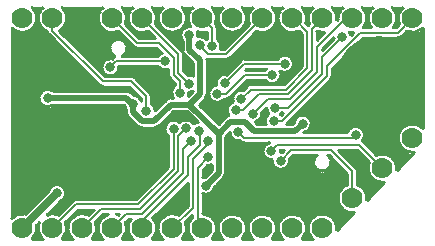
<source format=gtl>
*
*
G04 PADS9.1 Build Number: 384028 generated Gerber (RS-274-X) file*
G04 PC Version=2.1*
*
%IN "KeyChainDevBoard.pcb"*%
*
%MOIN*%
*
%FSLAX35Y35*%
*
*
*
*
G04 PC Standard Apertures*
*
*
G04 Thermal Relief Aperture macro.*
%AMTER*
1,1,$1,0,0*
1,0,$1-$2,0,0*
21,0,$3,$4,0,0,45*
21,0,$3,$4,0,0,135*
%
*
*
G04 Annular Aperture macro.*
%AMANN*
1,1,$1,0,0*
1,0,$2,0,0*
%
*
*
G04 Odd Aperture macro.*
%AMODD*
1,1,$1,0,0*
1,0,$1-0.005,0,0*
%
*
*
G04 PC Custom Aperture Macros*
*
*
*
*
*
*
G04 PC Aperture Table*
*
%ADD010C,0.001*%
%ADD011C,0.008*%
%ADD036C,0.02*%
%ADD048C,0.07*%
%ADD146C,0.28*%
%ADD147C,0.04921*%
%ADD148C,0.06102*%
%ADD149C,0.032*%
%ADD150C,0.01*%
%ADD152C,0.028*%
*
*
*
*
G04 PC Circuitry*
G04 Layer Name KeyChainDevBoard.pcb - circuitry*
%LPD*%
*
*
G04 PC Custom Flashes*
G04 Layer Name KeyChainDevBoard.pcb - flashes*
%LPD*%
*
*
G04 PC Circuitry*
G04 Layer Name KeyChainDevBoard.pcb - circuitry*
%LPD*%
*
G54D10*
G54D11*
G01X107000Y118220D02*
X110937Y122157D01*
X117630*
X146900Y123000D02*
Y137100D01*
X144900Y107400D02*
X160200Y122700D01*
Y128700*
X164100Y132600*
Y137200*
X144900Y107400D02*
X145000Y107300D01*
Y105000*
X125000D02*
X131300Y111300D01*
X144200*
X157000Y124100*
Y135700*
X159600Y138300*
X115000Y105000D02*
X122900Y112900D01*
X143500*
X155400Y124800*
Y138100*
X135000Y105000D02*
X139700Y109700D01*
X144900*
X158600Y123400*
Y131400*
X161300Y134100*
X203400Y111000D02*
X173800D01*
Y133700*
X163400Y123800D02*
Y107200D01*
X165000*
Y105000*
X163400Y123800D02*
Y125200D01*
X167000Y128800*
X167000*
X170100Y109500D02*
X171600Y111000D01*
X173800*
X155000Y105000D02*
X161800Y111800D01*
Y128000*
X167000Y133200*
Y134100*
X107000Y145780D02*
X110937Y141843D01*
X117630*
X107000Y145780D02*
Y155200D01*
Y168000*
X108400Y169400*
X117630Y141843D02*
X119857D01*
X127000Y134700*
X136800*
X134300Y158600D02*
X136300Y160600D01*
X152600*
X136800Y134700D02*
X144500D01*
X146900Y137100*
X148800*
X153800Y142100*
X157300*
X177000Y137000D02*
X178800Y135200D01*
X215300*
X216100Y136000*
X163900Y137400D02*
X163900D01*
X164100Y137200*
X155400Y160700D02*
Y156100D01*
X157600Y153900*
Y150200*
X166547Y147200D02*
Y153053D01*
X168494Y155000*
X168800*
X166547Y147200D02*
Y145253D01*
X168600Y143200*
X188900Y140800D02*
X191600D01*
X206400Y155600*
Y158900*
X217700Y170200*
X230200*
X235000Y175000*
X188000Y130700D02*
X190000Y132700D01*
X217300*
X225000Y125000*
X172500Y153300D02*
X179000Y159800D01*
X192500*
X189200Y145200D02*
X193700D01*
X204800Y156300*
Y161900*
X211600Y168700*
X168600Y143200D02*
X168700D01*
X178300Y152800*
X192100*
X197950Y158650*
X191100Y127500D02*
X194650Y131050D01*
X207850*
X215000Y123900*
Y115000*
X178000Y148100D02*
X181100Y151200D01*
X192800*
X199900Y158300*
Y159500*
X176200Y144300D02*
X178600D01*
X183900Y149600*
X193500*
X201500Y157600*
Y171500*
X205000Y175000*
X170000Y149800D02*
X173000D01*
X179200Y156000*
X188300*
X157000Y163000D02*
Y156800D01*
X160600Y153200*
X182000Y143200D02*
X186800Y148000D01*
X194200*
X203100Y156900*
Y165300*
X212400Y174600*
X214600*
X215000Y175000*
X197100Y159500D02*
X197950Y158650D01*
X135000Y175000D02*
X143200Y166800D01*
X150400*
X155400Y161800*
Y160700*
X115000Y175000D02*
Y170800D01*
X131900Y153900*
X141300*
X146300Y148900*
Y144200*
X145000Y175000D02*
X157000Y163000D01*
X164200Y165900D02*
Y165800D01*
X167000Y163000*
X173000*
X185000Y175000*
X165000D02*
X168200Y171800D01*
Y165800*
X195000Y175000D02*
X195400D01*
X199900Y170500*
Y159500*
G54D36*
X166200Y119200D02*
X168200Y121200D01*
X168200*
X170400Y123400*
Y136500*
X113400Y148400D02*
X139700D01*
X141700Y146400*
X141900*
Y143700*
X144800Y140800*
X149000*
X154400Y146200*
X160700*
X164200Y161000D02*
X164200D01*
X170400Y136500D02*
X160700Y146200D01*
X160700*
X164200Y149700*
Y161000*
X170400Y136500D02*
X174300Y140400D01*
X179200*
X182200Y137400*
X196000*
X198400Y139800*
X160700Y169300D02*
Y166000D01*
X160700*
Y164500*
X164200Y161000*
G54D48*
X105000Y105000D03*
X225000Y175000D03*
X235000Y135000D03*
X125000Y175000D03*
X225000Y125000D03*
X145000Y105000D03*
X215000Y115000D03*
X135000Y105000D03*
X145000Y175000D03*
X165000Y105000D03*
X195000Y175000D03*
X205000D03*
Y105000D03*
X195000D03*
X165000Y175000D03*
X175000D03*
X185000D03*
X115000Y105000D03*
X235000Y175000D03*
X175000Y105000D03*
X155000D03*
X115000Y175000D03*
X135000D03*
X155000D03*
X125000Y105000D03*
X215000Y175000D03*
X185000Y105000D03*
X105000Y175000D03*
G54D146*
X224000Y155000D03*
G54D147*
X117630Y122157D03*
Y141843D03*
G54D148*
X107000Y118220D03*
Y145780D03*
G54D149*
X146900Y123000D03*
X116500Y116600D03*
X170100Y109500D03*
X166200Y119200D03*
X203400Y111000D03*
X113400Y148400D03*
X134300Y158600D03*
X136800Y134700D03*
X152600Y160600D03*
X141900Y146400D03*
X146300Y144200D03*
X177000Y137000D03*
X163900Y137400D03*
X161300Y134100D03*
X160600Y153200D03*
X157300Y142100D03*
X188900Y140800D03*
X167000Y134100D03*
X188000Y130700D03*
X172500Y153300D03*
X192500Y159800D03*
X157600Y150200D03*
X188300Y156000D03*
X155400Y138100D03*
X173800Y133700D03*
X189200Y145200D03*
X168600Y143200D03*
X191100Y127500D03*
X178000Y148100D03*
X176200Y144300D03*
X159600Y138300D03*
X170000Y149800D03*
X167000Y128800D03*
X168800Y155000D03*
X182000Y143200D03*
X198400Y139800D03*
X216100Y136000D03*
X197100Y159500D03*
X108400Y169400D03*
X164200Y165900D03*
X168200Y165800D03*
X160700Y169300D03*
X211600Y168700D03*
G54D150*
X238500Y138285D02*
Y171715D01*
X233028Y170624D02*
G75*
G03X238500Y171715I1972J4376D01*
G01X233028Y170624D02*
X231402Y168998D01*
X230200Y168500D02*
G03X231402Y168998I0J1700D01*
G01X230200Y168500D02*
X218404D01*
X208100Y158196*
Y155600*
X207602Y154398D02*
G03X208100Y155600I-1202J1202D01*
G01X207602Y154398D02*
X192904Y139700D01*
X195047*
X195525Y140177*
X198777Y136925D02*
G03X195525Y140177I-377J2875D01*
G01X198777Y136925D02*
X198753Y136900D01*
X213343*
X218281Y134089D02*
G03X213343Y136900I-2181J1911D01*
G01X218502Y133902D02*
G03X218281Y134088I-1202J-1202D01*
G01X218502Y133902D02*
X223028Y129376D01*
X229760Y124381D02*
G03X223028Y129376I-4760J619D01*
G01X229760Y124381D02*
X235619Y130240D01*
X238500Y138285D02*
G03X235619Y130240I-3500J-3285D01*
G01X231715Y178500D02*
G03X230624Y173028I3285J-3500D01*
G01X231715Y178500D02*
X228285D01*
X228665Y171900D02*
G03X228285Y178500I-3665J3100D01*
G01X228665Y171900D02*
X229496D01*
X230624Y173028*
X221715Y178500D02*
G03X221335Y171900I3285J-3500D01*
G01X221715Y178500D02*
X218285D01*
X218665Y171900D02*
G03X218285Y178500I-3665J3100D01*
G01X218665Y171900D02*
X221335D01*
X214430Y169334D02*
X215306Y170210D01*
X214018Y170302D02*
G03X215306Y170210I982J4698D01*
G01X214430Y169334D02*
G03X214018Y170302I-2830J-634D01*
G01X211715Y178500D02*
G03X210204Y174808I3285J-3500D01*
G01X211715Y178500D02*
X208285D01*
X209757Y174362D02*
G03X208285Y178500I-4757J638D01*
G01X209757Y174362D02*
X210204Y174808D01*
X203200Y167804D02*
X205638Y170243D01*
X203200Y170550D02*
G03X205638Y170243I1800J4450D01*
G01X203200Y170550D02*
Y167804D01*
X201715Y178500D02*
G03X200624Y173028I3285J-3500D01*
G01X201715Y178500D02*
X198285D01*
X199493Y173311D02*
G03X198285Y178500I-4493J1689D01*
G01X199493Y173311D02*
X200204Y172600D01*
X200298Y172702D02*
G03X200204Y172600I1202J-1202D01*
G01X200298Y172702D02*
X200624Y173028D01*
X191559Y130363D02*
X192196Y131000D01*
X190884*
Y130392D02*
G03Y131000I-2884J308D01*
G01X191559Y130363D02*
G03X190884Y130392I-459J-2863D01*
G01X191093Y142697D02*
X191896Y143500D01*
X191549*
X190929Y142872D02*
G03X191549Y143500I-1729J2328D01*
G01X191093Y142697D02*
G03X190929Y142872I-2193J-1897D01*
G01X187171Y143128D02*
G03X186217Y139700I1729J-2328D01*
G01X186302Y145098D02*
G03X187171Y143128I2898J102D01*
G01X186302Y145098D02*
X184863Y143659D01*
X182508Y140345D02*
G03X184863Y143659I-508J2855D01*
G01X182508Y140345D02*
X183153Y139700D01*
X186217*
X168100Y124353D02*
Y126117D01*
X166541Y125937D02*
G03X168100Y126117I459J2863D01*
G01X166541Y125937D02*
X165100Y124496D01*
Y123800*
Y121883*
X165823Y122075D02*
G03X165100Y121883I377J-2875D01*
G01X165823Y122075D02*
X166574Y122826D01*
X168100Y124353*
X198200Y159500D02*
Y169796D01*
X197241Y170755*
X191715Y178500D02*
G03X197241Y170755I3285J-3500D01*
G01X191715Y178500D02*
X188285D01*
X183028Y170624D02*
G03X188285Y178500I1972J4376D01*
G01X183028Y170624D02*
X174202Y161798D01*
X173000Y161300D02*
G03X174202Y161798I0J1700D01*
G01X173000Y161300D02*
X167000D01*
X166467Y161386D02*
G03X167000Y161300I533J1614D01*
G01X166500Y160991D02*
G03X166467Y161386I-2300J9D01*
G01X166500Y160991D02*
Y149700D01*
X165826Y148074D02*
G03X166500Y149700I-1626J1626D01*
G01X165826Y148074D02*
X163953Y146200D01*
X170400Y139753*
X172674Y142026*
X173816Y142649D02*
G03X172674Y142026I484J-2249D01*
G01X175295Y147055D02*
G03X173816Y142649I905J-2755D01*
G01X178459Y150963D02*
G03X175295Y147055I-459J-2863D01*
G01X178459Y150963D02*
X179898Y152402D01*
X181100Y152900D02*
G03X179898Y152402I0J-1700D01*
G01X181100Y152900D02*
X192096D01*
X198200Y159004*
Y159500*
X186300Y158100D02*
G03X185951Y157700I2000J-2100D01*
G01X186300Y158100D02*
X179704D01*
X179304Y157700*
X185951*
X181715Y178500D02*
G03X180624Y173028I3285J-3500D01*
G01X181715Y178500D02*
X178285D01*
X171715D02*
G03X178285I3285J-3500D01*
G01X171715D02*
X168285D01*
X169376Y173028D02*
G03X168285Y178500I-4376J1972D01*
G01X169376Y173028D02*
X169402Y173002D01*
X169900Y171800D02*
G03X169402Y173002I-1700J0D01*
G01X169900Y171800D02*
Y168149D01*
X170883Y164700D02*
G03X169900Y168149I-2683J1100D01*
G01X170883Y164700D02*
X172296D01*
X180624Y173028*
X166500Y168149D02*
Y170440D01*
X163342Y170495D02*
G03X166500Y170440I1658J4505D01*
G01X163542Y168724D02*
G03X163342Y170495I-2842J576D01*
G01X166252Y167949D02*
G03X163542Y168724I-2052J-2049D01*
G01X166500Y168149D02*
G03X166252Y167949I1700J-2349D01*
G01X160234Y148987D02*
X161813Y150566D01*
X160498Y150302D02*
G03X161813Y150566I102J2898D01*
G01X160234Y148987D02*
G03X160498Y150302I-2634J1213D01*
G01X161900Y155792D02*
Y160047D01*
X159074Y162874*
X158617Y163525D02*
G03X159074Y162874I2083J975D01*
G01X158700Y163000D02*
G03X158617Y163525I-1700J0D01*
G01X158700Y163000D02*
Y157504D01*
X160141Y156063*
X161900Y155792D02*
G03X160141Y156063I-1300J-2592D01*
G01X155900Y152549D02*
Y153196D01*
X154198Y154898*
X153700Y156100D02*
G03X154198Y154898I1700J-0D01*
G01X153700Y156100D02*
Y157917D01*
X150251Y158900D02*
G03X153700Y157917I2349J1700D01*
G01X150251Y158900D02*
X137184D01*
X134759Y161463D02*
G03X137184Y158900I-459J-2863D01*
G01X134759Y161463D02*
X135098Y161802D01*
X135878Y162247D02*
G03X135098Y161802I422J-1647D01*
G01X138245Y162300D02*
G03X135878Y162247I-1245J2700D01*
G01X138245Y162300D02*
X150251D01*
X151509Y163287D02*
G03X150251Y162300I1091J-2687D01*
G01X151509Y163287D02*
X149696Y165100D01*
X143200*
X141998Y165598D02*
G03X143200Y165100I1202J1202D01*
G01X141998Y165598D02*
X136972Y170624D01*
X131715Y178500D02*
G03X136972Y170624I3285J-3500D01*
G01X131715Y178500D02*
X118285D01*
X117375Y170829D02*
G03X118285Y178500I-2375J4171D01*
G01X117375Y170829D02*
X132604Y155600D01*
X141300*
X142502Y155102D02*
G03X141300Y155600I-1202J-1202D01*
G01X142502Y155102D02*
X147502Y150102D01*
X148000Y148900D02*
G03X147502Y150102I-1700J0D01*
G01X148000Y148900D02*
Y146549D01*
X149200Y144252D02*
G03X148000Y146549I-2900J-52D01*
G01X149200Y144252D02*
X152774Y147826D01*
X154400Y148500D02*
G03X152774Y147826I0J-2300D01*
G01X154400Y148500D02*
X155250D01*
X155900Y152549D02*
G03X155250Y148500I1700J-2349D01*
G01X161715Y178500D02*
G03X161124Y172169I3285J-3500D01*
G01X161715Y178500D02*
X158285D01*
X151715D02*
G03X158285I3285J-3500D01*
G01X151715D02*
X148285D01*
X149376Y173028D02*
G03X148285Y178500I-4376J1972D01*
G01X149376Y173028D02*
X158202Y164202D01*
X158526Y163750D02*
G03X158202Y164202I-1526J-750D01*
G01X158400Y164500D02*
G03X158526Y163750I2300J-0D01*
G01X158400Y164500D02*
Y166000D01*
Y167534*
X161124Y172169D02*
G03X158400Y167534I-424J-2869D01*
G01X108285Y101500D02*
X111715D01*
X110573Y106854D02*
G03X111715Y101500I4427J-1854D01*
G01X110573Y106854D02*
X109699Y105980D01*
X108285Y101500D02*
G03X109699Y105980I-3285J3500D01*
G01X143904Y168500D02*
X149096D01*
X146972Y170624*
X141715Y178500D02*
G03X146972Y170624I3285J-3500D01*
G01X141715Y178500D02*
X138285D01*
X139376Y173028D02*
G03X138285Y178500I-4376J1972D01*
G01X139376Y173028D02*
X143904Y168500D01*
X158285Y101500D02*
X161715D01*
X161700Y108486D02*
G03X161715Y101500I3300J-3486D01*
G01X161700Y108486D02*
Y109296D01*
X159376Y106972*
X158285Y101500D02*
G03X159376Y106972I-3285J3500D01*
G01X160100Y112504D02*
Y120196D01*
X148346Y108442*
X148285Y101500D02*
G03X148346Y108442I-3285J3500D01*
G01X148285Y101500D02*
X151715D01*
X156972Y109376D02*
G03X151715Y101500I-1972J-4376D01*
G01X156972Y109376D02*
X160100Y112504D01*
X138285Y101500D02*
X141715D01*
X141253Y108000D02*
G03X141715Y101500I3747J-3000D01*
G01X141253Y108000D02*
X140404D01*
X139376Y106972*
X138285Y101500D02*
G03X139376Y106972I-3285J3500D01*
G01X136972Y109376D02*
X137196Y109600D01*
X136371*
X136972Y109376D02*
G03X136371Y109600I-1972J-4376D01*
G01X133629D02*
G03X131715Y101500I1371J-4600D01*
G01X133629Y109600D02*
X132004D01*
X129376Y106972*
X128285Y101500D02*
G03X129376Y106972I-3285J3500D01*
G01X128285Y101500D02*
X131715D01*
X126972Y109376D02*
X128796Y111200D01*
X123604*
X119376Y106972*
X118285Y101500D02*
G03X119376Y106972I-3285J3500D01*
G01X118285Y101500D02*
X121715D01*
X126972Y109376D02*
G03X121715Y101500I-1972J-4376D01*
G01X163392Y140255D02*
G03X162138Y139703I508J-2855D01*
G01X163392Y140255D02*
X159747Y143900D01*
X155353*
X150626Y139174*
X149000Y138500D02*
G03X150626Y139174I0J2300D01*
G01X149000Y138500D02*
X144800D01*
X143174Y139174D02*
G03X144800Y138500I1626J1626D01*
G01X143174Y139174D02*
X140274Y142074D01*
X139600Y143700D02*
G03X140274Y142074I2300J0D01*
G01X139600Y143700D02*
Y144634D01*
X139067Y145780D02*
G03X139600Y144634I2833J620D01*
G01X139067Y145780D02*
X138747Y146100D01*
X115166*
Y150700D02*
G03Y146100I-1766J-2300D01*
G01Y150700D02*
X139700D01*
X141326Y150026D02*
G03X139700Y150700I-1626J-1626D01*
G01X141326Y150026D02*
X142057Y149296D01*
X144600Y147458D02*
G03X142057Y149296I-2700J-1058D01*
G01X144600Y147458D02*
Y148196D01*
X140596Y152200*
X131900*
X130698Y152698D02*
G03X131900Y152200I1202J1202D01*
G01X130698Y152698D02*
X113798Y169598D01*
X113326Y170501D02*
G03X113798Y169598I1674J299D01*
G01X111715Y178500D02*
G03X113326Y170501I3285J-3500D01*
G01X111715Y178500D02*
X108285D01*
X101500Y171715D02*
G03X108285Y178500I3500J3285D01*
G01X101500Y171715D02*
Y108285D01*
X105812Y109731D02*
G03X101500Y108285I-812J-4731D01*
G01X105812Y109731D02*
X113842Y117761D01*
X117661Y113942D02*
G03X113842Y117761I-1161J2658D01*
G01X117661Y113942D02*
X113146Y109427D01*
X116972Y109376D02*
G03X113146Y109427I-1972J-4376D01*
G01X116972Y109376D02*
X121698Y114102D01*
X122900Y114600D02*
G03X121698Y114102I0J-1700D01*
G01X122900Y114600D02*
X142796D01*
X153700Y125504*
Y135751*
X157405Y140195D02*
G03X153700Y135751I-2005J-2095D01*
G01X162138Y139703D02*
G03X157405Y140195I-2538J-1403D01*
G01X204800Y164304D02*
X208737Y168241D01*
X208707Y168503D02*
G03X208737Y168241I2893J197D01*
G01X208707Y168503D02*
X204800Y164596D01*
Y164304*
X209760Y104381D02*
X215619Y110240D01*
X213300Y119489D02*
G03X215619Y110240I1700J-4489D01*
G01X213300Y119489D02*
Y123196D01*
X207146Y129350*
X206821*
X203179D02*
G03X206821I1821J-2350D01*
G01X203179D02*
X195354D01*
X193963Y127959*
X188216Y127808D02*
G03X193963Y127959I2884J-308D01*
G01X187245Y133500D02*
G03X188216Y127808I755J-2800D01*
G01X187245Y133500D02*
X178800D01*
X177598Y133998D02*
G03X178800Y133500I1202J1202D01*
G01X177598Y133998D02*
X177459Y134137D01*
X174100Y136948D02*
G03X177459Y134137I2900J52D01*
G01X174100Y136948D02*
X172700Y135547D01*
Y123400*
X172026Y121774D02*
G03X172700Y123400I-1626J1626D01*
G01X172026Y121774D02*
X169826Y119574D01*
X169075Y118823*
X165100Y116517D02*
G03X169075Y118823I1100J2683D01*
G01X165100Y116517D02*
Y109799D01*
X168285Y101500D02*
G03X165100Y109799I-3285J3500D01*
G01X168285Y101500D02*
X171715D01*
X178285D02*
G03X171715I-3285J3500D01*
G01X178285D02*
X181715D01*
X188285D02*
G03X181715I-3285J3500D01*
G01X188285D02*
X191715D01*
X198285D02*
G03X191715I-3285J3500D01*
G01X198285D02*
X201715D01*
X209760Y104381D02*
G03X201715Y101500I-4760J619D01*
G01X219760Y114381D02*
X225619Y120240D01*
X220624Y126972D02*
G03X225619Y120240I4376J-1972D01*
G01X220624Y126972D02*
X216596Y131000D01*
X210304*
X216202Y125102*
X216700Y123900D02*
G03X216202Y125102I-1700J0D01*
G01X216700Y123900D02*
Y119489D01*
X219760Y114381D02*
G03X216700Y119489I-4760J619D01*
G01X190819Y157437D02*
G03X190151Y161500I1681J2363D01*
G01X185951Y154300D02*
G03X190819Y157437I2349J1700D01*
G01X185951Y154300D02*
X179904D01*
X174202Y148598*
X173000Y148100D02*
G03X174202Y148598I0J1700D01*
G01X173000Y148100D02*
X172349D01*
X169667Y152681D02*
G03X172349Y148100I333J-2881D01*
G01X172959Y156163D02*
G03X169667Y152681I-459J-2863D01*
G01X172959Y156163D02*
X177798Y161002D01*
X179000Y161500D02*
G03X177798Y161002I0J-1700D01*
G01X179000Y161500D02*
X190151D01*
X216700Y119599D02*
X224977D01*
X218059Y118699D02*
X224077D01*
X216700Y120499D02*
X223333D01*
X218900Y117799D02*
X223177D01*
X219409Y116899D02*
X222277D01*
X216700Y121399D02*
X221827D01*
X219695Y115999D02*
X221377D01*
X216700Y122299D02*
X221032D01*
X216700Y123199D02*
X220551D01*
X214506Y126799D02*
X220550D01*
X219799Y115099D02*
X220477D01*
X216688Y124099D02*
X220285D01*
X215406Y125899D02*
X220285D01*
X216297Y124999D02*
X220200D01*
X213606Y127699D02*
X219897D01*
X212706Y128599D02*
X218997D01*
X211806Y129499D02*
X218097D01*
X210906Y130399D02*
X217197D01*
X205981Y109699D02*
X215077D01*
X207934Y108799D02*
X214177D01*
X172419Y122299D02*
X213300D01*
X171651Y121399D02*
X213300D01*
X170751Y120499D02*
X213300D01*
X169851Y119599D02*
X213300D01*
X172691Y123199D02*
X213297D01*
X208826Y107899D02*
X213277D01*
X165100Y110599D02*
X213085D01*
X205650Y124099D02*
X212397D01*
X209364Y106999D02*
X212377D01*
X169056Y118699D02*
X211941D01*
X165100Y111499D02*
X211717D01*
X207199Y124999D02*
X211497D01*
X209673Y106099D02*
X211477D01*
X168739Y117799D02*
X211100D01*
X165100Y112399D02*
X210966D01*
X207762Y125899D02*
X210597D01*
X167965Y116899D02*
X210591D01*
X209796Y105199D02*
X210577D01*
X165100Y113299D02*
X210512D01*
X165100Y115999D02*
X210305D01*
X165100Y114199D02*
X210267D01*
X165100Y115099D02*
X210201D01*
X207966Y126799D02*
X209697D01*
X207890Y127699D02*
X208797D01*
X207507Y128599D02*
X207897D01*
X172700Y124099D02*
X204350D01*
X195981Y109699D02*
X204019D01*
X192568Y124999D02*
X202801D01*
X194603Y128599D02*
X202493D01*
X193518Y125899D02*
X202238D01*
X193993Y127699D02*
X202110D01*
X197934Y108799D02*
X202066D01*
X193914Y126799D02*
X202034D01*
X198387Y101599D02*
X201613D01*
X198826Y107899D02*
X201174D01*
X199097Y102499D02*
X200903D01*
X199364Y106999D02*
X200636D01*
X199525Y103399D02*
X200475D01*
X199673Y106099D02*
X200327D01*
X199749Y104299D02*
X200251D01*
X199796Y105199D02*
X200204D01*
X185981Y109699D02*
X194019D01*
X187934Y108799D02*
X192066D01*
X188387Y101599D02*
X191613D01*
X188826Y107899D02*
X191174D01*
X189097Y102499D02*
X190903D01*
X189364Y106999D02*
X190636D01*
X189525Y103399D02*
X190475D01*
X189673Y106099D02*
X190327D01*
X189749Y104299D02*
X190251D01*
X189796Y105199D02*
X190204D01*
X172700Y124999D02*
X189632D01*
X172700Y125899D02*
X188682D01*
X172700Y126799D02*
X188286D01*
X172700Y127699D02*
X188207D01*
X172700Y133099D02*
X186370D01*
X172700Y128599D02*
X186001D01*
X172700Y132199D02*
X185517D01*
X172700Y129499D02*
X185360D01*
X172700Y131299D02*
X185162D01*
X172700Y130399D02*
X185116D01*
X175981Y109699D02*
X184019D01*
X177934Y108799D02*
X182066D01*
X178387Y101599D02*
X181613D01*
X178826Y107899D02*
X181174D01*
X179097Y102499D02*
X180903D01*
X179364Y106999D02*
X180636D01*
X179525Y103399D02*
X180475D01*
X179673Y106099D02*
X180327D01*
X179749Y104299D02*
X180251D01*
X179796Y105199D02*
X180204D01*
X172700Y133999D02*
X177597D01*
X172700Y134899D02*
X175001D01*
X172951Y135799D02*
X174360D01*
X173851Y136699D02*
X174116D01*
X165981Y109699D02*
X174019D01*
X167934Y108799D02*
X172066D01*
X168387Y101599D02*
X171613D01*
X168826Y107899D02*
X171174D01*
X169097Y102499D02*
X170903D01*
X169364Y106999D02*
X170636D01*
X169525Y103399D02*
X170475D01*
X169673Y106099D02*
X170327D01*
X169749Y104299D02*
X170251D01*
X169796Y105199D02*
X170204D01*
X208403Y168199D02*
X208694D01*
X207503Y167299D02*
X207794D01*
X206603Y166399D02*
X206894D01*
X205703Y165499D02*
X205994D01*
X204803Y164599D02*
X205094D01*
X161701Y140299D02*
X163349D01*
X159688Y141199D02*
X162449D01*
X153551Y142099D02*
X161549D01*
X154451Y142999D02*
X160649D01*
X155351Y143899D02*
X159749D01*
X152651Y141199D02*
X159512D01*
X157291Y140299D02*
X157499D01*
X101500Y134899D02*
X153700D01*
X101500Y133999D02*
X153700D01*
X101500Y133099D02*
X153700D01*
X101500Y132199D02*
X153700D01*
X101500Y131299D02*
X153700D01*
X101500Y130399D02*
X153700D01*
X101500Y129499D02*
X153700D01*
X101500Y128599D02*
X153700D01*
X101500Y127699D02*
X153700D01*
X101500Y126799D02*
X153700D01*
X101500Y125899D02*
X153700D01*
X101500Y135799D02*
X153635D01*
X151751Y140299D02*
X153509D01*
X101500Y124999D02*
X153194D01*
X101500Y136699D02*
X152861D01*
X150851Y139399D02*
X152807D01*
X101500Y137599D02*
X152544D01*
X101500Y138499D02*
X152528D01*
X101500Y124099D02*
X152294D01*
X101500Y123199D02*
X151394D01*
X101500Y122299D02*
X150494D01*
X101500Y121399D02*
X149594D01*
X101500Y120499D02*
X148694D01*
X101500Y119599D02*
X147794D01*
X118501Y118699D02*
X146894D01*
X119141Y117799D02*
X145994D01*
X119385Y116899D02*
X145094D01*
X144584Y147499D02*
X144600D01*
X144001Y148399D02*
X144397D01*
X119337Y115999D02*
X144194D01*
X142054Y149299D02*
X143497D01*
X118981Y115099D02*
X143294D01*
X101500Y139399D02*
X142949D01*
X141133Y150199D02*
X142597D01*
X101500Y140299D02*
X142049D01*
X114462Y151099D02*
X141697D01*
X101500Y141199D02*
X141149D01*
X101500Y151999D02*
X140797D01*
X101500Y142099D02*
X140249D01*
X101500Y142999D02*
X139710D01*
X101500Y143899D02*
X139600D01*
X101500Y144799D02*
X139482D01*
X114455Y145699D02*
X139086D01*
X101500Y152899D02*
X130497D01*
X101500Y153799D02*
X129597D01*
X101500Y154699D02*
X128697D01*
X101500Y155599D02*
X127797D01*
X101500Y156499D02*
X126897D01*
X101500Y157399D02*
X125997D01*
X101500Y158299D02*
X125097D01*
X101500Y159199D02*
X124197D01*
X101500Y160099D02*
X123297D01*
X101500Y160999D02*
X122397D01*
X118126Y114199D02*
X121803D01*
X101500Y161899D02*
X121497D01*
X117017Y113299D02*
X120894D01*
X101500Y162799D02*
X120597D01*
X116117Y112399D02*
X119994D01*
X101500Y163699D02*
X119697D01*
X115217Y111499D02*
X119094D01*
X101500Y164599D02*
X118797D01*
X114317Y110599D02*
X118194D01*
X101500Y165499D02*
X117897D01*
X115981Y109699D02*
X117294D01*
X101500Y166399D02*
X116997D01*
X101500Y167299D02*
X116097D01*
X101500Y168199D02*
X115197D01*
X101500Y118699D02*
X114499D01*
X101500Y169099D02*
X114297D01*
X113417Y109699D02*
X114019D01*
X101500Y117799D02*
X113859D01*
X101500Y169999D02*
X113501D01*
X101500Y116899D02*
X112980D01*
X107494Y170899D02*
X112506D01*
X101500Y145699D02*
X112345D01*
X101500Y151099D02*
X112338D01*
X101500Y115999D02*
X112080D01*
X108577Y171799D02*
X111423D01*
X108666Y178099D02*
X111334D01*
X101500Y115099D02*
X111180D01*
X101500Y146599D02*
X111127D01*
X101500Y150199D02*
X111125D01*
X109212Y172699D02*
X110788D01*
X109267Y177199D02*
X110733D01*
X101500Y147499D02*
X110644D01*
X101500Y149299D02*
X110643D01*
X101500Y148399D02*
X110500D01*
X109591Y173599D02*
X110409D01*
X109621Y176299D02*
X110379D01*
X101500Y114199D02*
X110280D01*
X109774Y174499D02*
X110226D01*
X109783Y175399D02*
X110217D01*
X101500Y113299D02*
X109380D01*
X101500Y112399D02*
X108480D01*
X101500Y111499D02*
X107580D01*
X101500Y110599D02*
X106680D01*
X101500Y109699D02*
X104019D01*
X101500Y170899D02*
X102506D01*
X101500Y108799D02*
X102066D01*
X123003Y110599D02*
X128194D01*
X125981Y109699D02*
X127294D01*
X122103D02*
X124019D01*
X121203Y108799D02*
X122066D01*
X118387Y101599D02*
X121613D01*
X120303Y107899D02*
X121174D01*
X119097Y102499D02*
X120903D01*
X119403Y106999D02*
X120636D01*
X119525Y103399D02*
X120475D01*
X119673Y106099D02*
X120327D01*
X119749Y104299D02*
X120251D01*
X119796Y105199D02*
X120204D01*
X131203Y108799D02*
X132066D01*
X128387Y101599D02*
X131613D01*
X130303Y107899D02*
X131174D01*
X129097Y102499D02*
X130903D01*
X129403Y106999D02*
X130636D01*
X129525Y103399D02*
X130475D01*
X129673Y106099D02*
X130327D01*
X129749Y104299D02*
X130251D01*
X129796Y105199D02*
X130204D01*
X138387Y101599D02*
X141613D01*
X140303Y107899D02*
X141174D01*
X139097Y102499D02*
X140903D01*
X139403Y106999D02*
X140636D01*
X139525Y103399D02*
X140475D01*
X139673Y106099D02*
X140327D01*
X139749Y104299D02*
X140251D01*
X139796Y105199D02*
X140204D01*
X159503Y119599D02*
X160100D01*
X158603Y118699D02*
X160100D01*
X157703Y117799D02*
X160100D01*
X156803Y116899D02*
X160100D01*
X155903Y115999D02*
X160100D01*
X155003Y115099D02*
X160100D01*
X154103Y114199D02*
X160100D01*
X153203Y113299D02*
X160100D01*
X152303Y112399D02*
X159994D01*
X151403Y111499D02*
X159094D01*
X150503Y110599D02*
X158194D01*
X155981Y109699D02*
X157294D01*
X149603D02*
X154019D01*
X148703Y108799D02*
X152066D01*
X148387Y101599D02*
X151613D01*
X148826Y107899D02*
X151174D01*
X149097Y102499D02*
X150903D01*
X149364Y106999D02*
X150636D01*
X149525Y103399D02*
X150475D01*
X149673Y106099D02*
X150327D01*
X149749Y104299D02*
X150251D01*
X149796Y105199D02*
X150204D01*
X161203Y108799D02*
X161700D01*
X158387Y101599D02*
X161613D01*
X160303Y107899D02*
X161174D01*
X159097Y102499D02*
X160903D01*
X159403Y106999D02*
X160636D01*
X159525Y103399D02*
X160475D01*
X159673Y106099D02*
X160327D01*
X159749Y104299D02*
X160251D01*
X159796Y105199D02*
X160204D01*
X143306Y169099D02*
X148497D01*
X142406Y169999D02*
X147597D01*
X141506Y170899D02*
X142506D01*
X140606Y171799D02*
X141423D01*
X138666Y178099D02*
X141334D01*
X139706Y172699D02*
X140788D01*
X139267Y177199D02*
X140733D01*
X139591Y173599D02*
X140409D01*
X139621Y176299D02*
X140379D01*
X139774Y174499D02*
X140226D01*
X139783Y175399D02*
X140217D01*
X108387Y101599D02*
X111613D01*
X109097Y102499D02*
X110903D01*
X109525Y103399D02*
X110475D01*
X109817Y106099D02*
X110327D01*
X109749Y104299D02*
X110251D01*
X109796Y105199D02*
X110204D01*
X158666Y178099D02*
X161334D01*
X159212Y172699D02*
X160788D01*
X159267Y177199D02*
X160733D01*
X159591Y173599D02*
X160409D01*
X159621Y176299D02*
X160379D01*
X159774Y174499D02*
X160226D01*
X159783Y175399D02*
X160217D01*
X158577Y171799D02*
X159228D01*
X157806Y164599D02*
X158400D01*
X155106Y167299D02*
X158400D01*
X156006Y166399D02*
X158400D01*
X156906Y165499D02*
X158400D01*
X157494Y170899D02*
X158280D01*
X154206Y168199D02*
X158017D01*
X152406Y169999D02*
X157885D01*
X153306Y169099D02*
X157807D01*
X151506Y170899D02*
X152506D01*
X150606Y171799D02*
X151423D01*
X148666Y178099D02*
X151334D01*
X149706Y172699D02*
X150788D01*
X149267Y177199D02*
X150733D01*
X149591Y173599D02*
X150409D01*
X149621Y176299D02*
X150379D01*
X149774Y174499D02*
X150226D01*
X149783Y175399D02*
X150217D01*
X144706Y152899D02*
X155900D01*
X145606Y151999D02*
X155325D01*
X143806Y153799D02*
X155297D01*
X147953Y149299D02*
X154844D01*
X146506Y151099D02*
X154843D01*
X147406Y150199D02*
X154700D01*
X142906Y154699D02*
X154397D01*
X141367Y155599D02*
X153776D01*
X148000Y148399D02*
X153725D01*
X136940Y157399D02*
X153700D01*
X136299Y156499D02*
X153700D01*
X148000Y147499D02*
X152446D01*
X148000Y146599D02*
X151546D01*
X139673Y163699D02*
X151097D01*
X137184Y158299D02*
X150835D01*
X138999Y162799D02*
X150709D01*
X148783Y145699D02*
X150646D01*
X139946Y164599D02*
X150197D01*
X149138Y144799D02*
X149746D01*
X139931Y165499D02*
X142106D01*
X139624Y166399D02*
X141197D01*
X138886Y167299D02*
X140297D01*
X120006Y168199D02*
X139397D01*
X119106Y169099D02*
X138497D01*
X118206Y169999D02*
X137597D01*
X126306Y161899D02*
X135203D01*
X120906Y167299D02*
X135114D01*
X125406Y162799D02*
X135001D01*
X121806Y166399D02*
X134376D01*
X124506Y163699D02*
X134327D01*
X122706Y165499D02*
X134069D01*
X123606Y164599D02*
X134054D01*
X127206Y160999D02*
X132670D01*
X117494Y170899D02*
X132506D01*
X131706Y156499D02*
X132301D01*
X128106Y160099D02*
X131817D01*
X130806Y157399D02*
X131660D01*
X129006Y159199D02*
X131462D01*
X118577Y171799D02*
X131423D01*
X129906Y158299D02*
X131416D01*
X118666Y178099D02*
X131334D01*
X119212Y172699D02*
X130788D01*
X119267Y177199D02*
X130733D01*
X119591Y173599D02*
X130409D01*
X119621Y176299D02*
X130379D01*
X119774Y174499D02*
X130226D01*
X119783Y175399D02*
X130217D01*
X158700Y159199D02*
X161900D01*
X158700Y158299D02*
X161900D01*
X158806Y157399D02*
X161900D01*
X159706Y156499D02*
X161900D01*
X158700Y160099D02*
X161849D01*
X158700Y160999D02*
X160949D01*
X158700Y161899D02*
X160049D01*
X158700Y162799D02*
X159149D01*
X160500Y150199D02*
X161446D01*
X160356Y149299D02*
X160546D01*
X163515Y169999D02*
X166500D01*
X163593Y169099D02*
X166500D01*
X165968Y168199D02*
X166500D01*
X178666Y178099D02*
X181334D01*
X179267Y177199D02*
X180733D01*
X179591Y173599D02*
X180409D01*
X179621Y176299D02*
X180379D01*
X179212Y172699D02*
X180294D01*
X179774Y174499D02*
X180226D01*
X179783Y175399D02*
X180217D01*
X178577Y171799D02*
X179394D01*
X177494Y170899D02*
X178494D01*
X169900Y169999D02*
X177594D01*
X169900Y169099D02*
X176694D01*
X169900Y168199D02*
X175794D01*
X170683Y167299D02*
X174894D01*
X171038Y166399D02*
X173994D01*
X171084Y165499D02*
X173094D01*
X169900Y170899D02*
X172506D01*
X169900Y171799D02*
X171423D01*
X168666Y178099D02*
X171334D01*
X169643Y172699D02*
X170788D01*
X169267Y177199D02*
X170733D01*
X169591Y173599D02*
X170409D01*
X169621Y176299D02*
X170379D01*
X169774Y174499D02*
X170226D01*
X169783Y175399D02*
X170217D01*
X181503Y169099D02*
X198200D01*
X180603Y168199D02*
X198200D01*
X179703Y167299D02*
X198200D01*
X178803Y166399D02*
X198200D01*
X177903Y165499D02*
X198200D01*
X177003Y164599D02*
X198200D01*
X176103Y163699D02*
X198200D01*
X175203Y162799D02*
X198200D01*
X194501Y161899D02*
X198200D01*
X195141Y160999D02*
X198200D01*
X195385Y160099D02*
X198200D01*
X195337Y159199D02*
X198200D01*
X182403Y169999D02*
X197997D01*
X194981Y158299D02*
X197494D01*
X194126Y157399D02*
X196594D01*
X191157Y156499D02*
X195694D01*
X191172Y155599D02*
X194794D01*
X190892Y154699D02*
X193894D01*
X190188Y153799D02*
X192994D01*
X187494Y170899D02*
X192506D01*
X188577Y171799D02*
X191423D01*
X188666Y178099D02*
X191334D01*
X190840Y157399D02*
X190874D01*
X189212Y172699D02*
X190788D01*
X189267Y177199D02*
X190733D01*
X174303Y161899D02*
X190499D01*
X189591Y173599D02*
X190409D01*
X189621Y176299D02*
X190379D01*
X189774Y174499D02*
X190226D01*
X189783Y175399D02*
X190217D01*
X179403Y153799D02*
X186412D01*
X178503Y152899D02*
X181033D01*
X177603Y151999D02*
X179494D01*
X176703Y151099D02*
X178594D01*
X166500Y160999D02*
X177794D01*
X166500Y160099D02*
X176894D01*
X175803Y150199D02*
X175999D01*
X166500Y159199D02*
X175994D01*
X174903Y149299D02*
X175359D01*
X171765Y147499D02*
X175163D01*
X173962Y148399D02*
X175115D01*
X166500Y158299D02*
X175094D01*
X164351Y146599D02*
X174432D01*
X166500Y157399D02*
X174194D01*
X164454Y145699D02*
X173660D01*
X167154Y142999D02*
X173608D01*
X165354Y144799D02*
X173343D01*
X166254Y143899D02*
X173328D01*
X166500Y156499D02*
X173294D01*
X168054Y142099D02*
X172749D01*
X168954Y141199D02*
X171846D01*
X169854Y140299D02*
X170946D01*
X166500Y155599D02*
X170732D01*
X166500Y154699D02*
X169960D01*
X166500Y153799D02*
X169643D01*
X166500Y152899D02*
X169628D01*
X165251Y147499D02*
X168235D01*
X166500Y151999D02*
X168109D01*
X166096Y148399D02*
X167461D01*
X166500Y151099D02*
X167407D01*
X166465Y149299D02*
X167144D01*
X166500Y150199D02*
X167128D01*
X166503Y125899D02*
X168100D01*
X165603Y124999D02*
X168100D01*
X165100Y124099D02*
X167846D01*
X165100Y123199D02*
X166946D01*
X165100Y122299D02*
X166046D01*
X184893Y142999D02*
X187009D01*
X185103Y143899D02*
X186608D01*
X186003Y144799D02*
X186328D01*
X184683Y142099D02*
X186307D01*
X182554Y140299D02*
X186044D01*
X184099Y141199D02*
X186028D01*
X191088Y142999D02*
X191394D01*
X191188Y130399D02*
X191594D01*
X190884D02*
X191012D01*
X198666Y178099D02*
X201334D01*
X199267Y177199D02*
X200733D01*
X199591Y173599D02*
X200409D01*
X199621Y176299D02*
X200379D01*
X200106Y172699D02*
X200295D01*
X199774Y174499D02*
X200226D01*
X199783Y175399D02*
X200217D01*
X203200Y169999D02*
X205394D01*
X203200Y169099D02*
X204494D01*
X203200Y168199D02*
X203594D01*
X208666Y178099D02*
X211334D01*
X209267Y177199D02*
X210733D01*
X209621Y176299D02*
X210379D01*
X209783Y175399D02*
X210217D01*
X209774Y174499D02*
X209894D01*
X214193Y169999D02*
X215094D01*
X218666Y178099D02*
X221334D01*
X219212Y172699D02*
X220788D01*
X219267Y177199D02*
X220733D01*
X219591Y173599D02*
X220409D01*
X219621Y176299D02*
X220379D01*
X219774Y174499D02*
X220226D01*
X219783Y175399D02*
X220217D01*
X228666Y178099D02*
X231334D01*
X229267Y177199D02*
X230733D01*
X229591Y173599D02*
X230409D01*
X229621Y176299D02*
X230379D01*
X229212Y172699D02*
X230294D01*
X229774Y174499D02*
X230226D01*
X229783Y175399D02*
X230217D01*
X237494Y170899D02*
X238500D01*
X232403Y169999D02*
X238500D01*
X231503Y169099D02*
X238500D01*
X218103Y168199D02*
X238500D01*
X217203Y167299D02*
X238500D01*
X216303Y166399D02*
X238500D01*
X215403Y165499D02*
X238500D01*
X214503Y164599D02*
X238500D01*
X213603Y163699D02*
X238500D01*
X212703Y162799D02*
X238500D01*
X211803Y161899D02*
X238500D01*
X210903Y160999D02*
X238500D01*
X210003Y160099D02*
X238500D01*
X209103Y159199D02*
X238500D01*
X208203Y158299D02*
X238500D01*
X208100Y157399D02*
X238500D01*
X208100Y156499D02*
X238500D01*
X208100Y155599D02*
X238500D01*
X207841Y154699D02*
X238500D01*
X207003Y153799D02*
X238500D01*
X206103Y152899D02*
X238500D01*
X205203Y151999D02*
X238500D01*
X204303Y151099D02*
X238500D01*
X203403Y150199D02*
X238500D01*
X202503Y149299D02*
X238500D01*
X201603Y148399D02*
X238500D01*
X200703Y147499D02*
X238500D01*
X199803Y146599D02*
X238500D01*
X198903Y145699D02*
X238500D01*
X198003Y144799D02*
X238500D01*
X197103Y143899D02*
X238500D01*
X196203Y142999D02*
X238500D01*
X200168Y142099D02*
X238500D01*
X200940Y141199D02*
X238500D01*
X201257Y140299D02*
X238500D01*
X236921Y139399D02*
X238500D01*
X238286Y138499D02*
X238500D01*
X226674Y129499D02*
X234877D01*
X228176Y128599D02*
X233977D01*
X222006Y130399D02*
X233633D01*
X201272Y139399D02*
X233079D01*
X228970Y127699D02*
X233077D01*
X229450Y126799D02*
X232177D01*
X221106Y131299D02*
X231944D01*
X217572Y138499D02*
X231714D01*
X229715Y125899D02*
X231277D01*
X220206Y132199D02*
X231102D01*
X218520Y137599D02*
X230964D01*
X219306Y133099D02*
X230593D01*
X218915Y136699D02*
X230511D01*
X229800Y124999D02*
X230377D01*
X218397Y133999D02*
X230306D01*
X218993Y135799D02*
X230267D01*
X218783Y134899D02*
X230201D01*
X222906Y129499D02*
X223326D01*
X200992Y138499D02*
X214628D01*
X200288Y137599D02*
X213680D01*
X195303Y142099D02*
X196632D01*
X194403Y141199D02*
X195860D01*
X193503Y140299D02*
X195543D01*
G54D152*
X105000Y105000D02*
Y105100D01*
X116500Y116600*
G74*
X0Y0D02*
M02*

</source>
